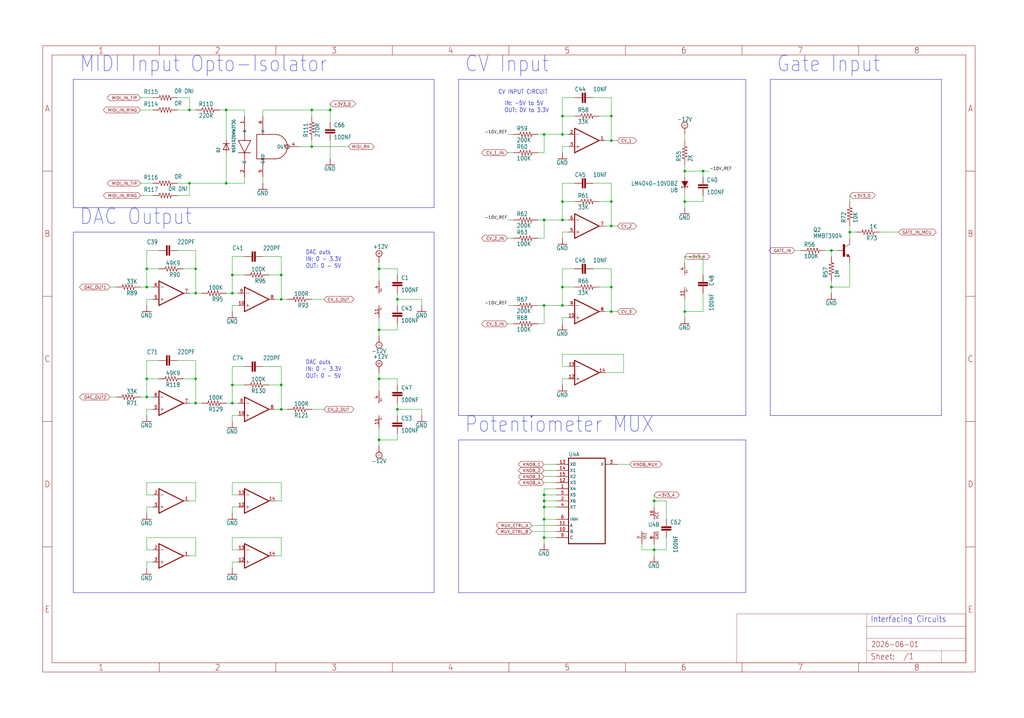
<source format=kicad_sch>
(kicad_sch (version 20230121) (generator eeschema)
  (paper "User" 425.45 298.602)
  (junction (at 96.52 121.92))
  (junction (at 96.52 160.02))
  (junction (at 157.48 182.88))
  (junction (at 116.84 114.3))
  (junction (at 226.06 205.74))
  (junction (at 60.96 111.76))
  (junction (at 93.98 45.72))
  (junction (at 60.96 165.1))
  (junction (at 254 119.38))
  (junction (at 157.48 137.16))
  (junction (at 254 83.82))
  (junction (at 157.48 111.76))
  (junction (at 165.1 124.46))
  (junction (at 137.16 45.72))
  (junction (at 284.48 129.54))
  (junction (at 165.1 170.18))
  (junction (at 226.06 208.28))
  (junction (at 81.28 121.92))
  (junction (at 81.28 157.48))
  (junction (at 78.74 45.72))
  (junction (at 96.52 114.3))
  (junction (at 226.06 223.52))
  (junction (at 157.48 157.48))
  (junction (at 271.78 208.28))
  (junction (at 233.68 119.38))
  (junction (at 116.84 124.46))
  (junction (at 129.54 60.96))
  (junction (at 284.48 71.12))
  (junction (at 254 48.26))
  (junction (at 284.48 83.82))
  (junction (at 233.68 55.88))
  (junction (at 226.06 127))
  (junction (at 254 93.98))
  (junction (at 116.84 170.18))
  (junction (at 254 58.42))
  (junction (at 116.84 160.02))
  (junction (at 226.06 91.44))
  (junction (at 292.1 71.12))
  (junction (at 81.28 111.76))
  (junction (at 226.06 215.9))
  (junction (at 254 129.54))
  (junction (at 129.54 45.72))
  (junction (at 93.98 76.2))
  (junction (at 233.68 91.44))
  (junction (at 233.68 83.82))
  (junction (at 60.96 119.38))
  (junction (at 78.74 76.2))
  (junction (at 233.68 127))
  (junction (at 96.52 167.64))
  (junction (at 353.06 96.52))
  (junction (at 345.44 104.14))
  (junction (at 345.44 119.38))
  (junction (at 60.96 157.48))
  (junction (at 226.06 210.82))
  (junction (at 81.28 167.64))
  (junction (at 233.68 48.26))
  (junction (at 226.06 55.88))
  (junction (at 271.78 228.6))
  (wire (pts (xy 60.96 104.14) (xy 60.96 111.76)) (stroke (width 0.1524)))
  (wire (pts (xy 271.78 228.6) (xy 271.78 231.14)) (stroke (width 0.1524)))
  (wire (pts (xy 271.78 228.6) (xy 276.86 228.6)) (stroke (width 0.1524)))
  (wire (pts (xy 353.06 96.52) (xy 353.06 93.98)) (stroke (width 0.1524)))
  (wire (pts (xy 60.96 149.86) (xy 60.96 157.48)) (stroke (width 0.1524)))
  (wire (pts (xy 157.48 111.76) (xy 157.48 109.22)) (stroke (width 0.1524)))
  (wire (pts (xy 254 129.54) (xy 251.46 129.54)) (stroke (width 0.1524)))
  (wire (pts (xy 116.84 114.3) (xy 116.84 124.46)) (stroke (width 0.1524)))
  (wire (pts (xy 78.74 45.72) (xy 73.66 45.72)) (stroke (width 0.1524)))
  (wire (pts (xy 116.84 124.46) (xy 114.3 124.46)) (stroke (width 0.1524)))
  (wire (pts (xy 93.98 167.64) (xy 96.52 167.64)) (stroke (width 0.1524)))
  (wire (pts (xy 284.48 124.46) (xy 284.48 129.54)) (stroke (width 0.1524)))
  (wire (pts (xy 157.48 137.16) (xy 165.1 137.16)) (stroke (width 0.1524)))
  (wire (pts (xy 101.6 76.2) (xy 93.98 76.2)) (stroke (width 0.1524)))
  (wire (pts (xy 93.98 76.2) (xy 93.98 63.5)) (stroke (width 0.1524)))
  (wire (pts (xy 48.26 165.1) (xy 45.72 165.1)) (stroke (width 0.1524)))
  (wire (pts (xy 231.14 218.44) (xy 220.98 218.44)) (stroke (width 0.1524)))
  (wire (pts (xy 254 93.98) (xy 251.46 93.98)) (stroke (width 0.1524)))
  (wire (pts (xy 231.14 215.9) (xy 226.06 215.9)) (stroke (width 0.1524)))
  (wire (pts (xy 81.28 121.92) (xy 78.74 121.92)) (stroke (width 0.1524)))
  (wire (pts (xy 231.14 200.66) (xy 226.06 200.66)) (stroke (width 0.1524)))
  (wire (pts (xy 129.54 45.72) (xy 137.16 45.72)) (stroke (width 0.1524)))
  (polyline (pts (xy 320.04 172.72) (xy 391.16 172.72)) (stroke (width 0.1524) (type solid)))
  (wire (pts (xy 165.1 124.46) (xy 165.1 121.92)) (stroke (width 0.1524)))
  (wire (pts (xy 73.66 81.28) (xy 78.74 81.28)) (stroke (width 0.1524)))
  (wire (pts (xy 284.48 73.66) (xy 284.48 71.12)) (stroke (width 0.1524)))
  (wire (pts (xy 223.52 127) (xy 226.06 127)) (stroke (width 0.1524)))
  (wire (pts (xy 96.52 200.66) (xy 96.52 205.74)) (stroke (width 0.1524)))
  (wire (pts (xy 233.68 83.82) (xy 233.68 76.2)) (stroke (width 0.1524)))
  (wire (pts (xy 259.08 147.32) (xy 259.08 154.94)) (stroke (width 0.1524)))
  (wire (pts (xy 236.22 157.48) (xy 233.68 157.48)) (stroke (width 0.1524)))
  (wire (pts (xy 284.48 106.68) (xy 292.1 106.68)) (stroke (width 0.1524)))
  (polyline (pts (xy 309.88 182.88) (xy 309.88 246.38)) (stroke (width 0.1524) (type solid)))
  (wire (pts (xy 96.52 127) (xy 96.52 129.54)) (stroke (width 0.1524)))
  (wire (pts (xy 271.78 226.06) (xy 271.78 228.6)) (stroke (width 0.1524)))
  (wire (pts (xy 73.66 149.86) (xy 81.28 149.86)) (stroke (width 0.1524)))
  (wire (pts (xy 129.54 124.46) (xy 134.62 124.46)) (stroke (width 0.1524)))
  (wire (pts (xy 109.22 48.26) (xy 109.22 45.72)) (stroke (width 0.1524)))
  (polyline (pts (xy 190.5 172.72) (xy 190.5 33.02)) (stroke (width 0.1524) (type solid)))
  (wire (pts (xy 284.48 83.82) (xy 284.48 78.74)) (stroke (width 0.1524)))
  (wire (pts (xy 111.76 114.3) (xy 116.84 114.3)) (stroke (width 0.1524)))
  (wire (pts (xy 81.28 111.76) (xy 81.28 121.92)) (stroke (width 0.1524)))
  (wire (pts (xy 93.98 58.42) (xy 93.98 45.72)) (stroke (width 0.1524)))
  (wire (pts (xy 332.74 104.14) (xy 330.2 104.14)) (stroke (width 0.1524)))
  (wire (pts (xy 60.96 170.18) (xy 60.96 172.72)) (stroke (width 0.1524)))
  (wire (pts (xy 233.68 40.64) (xy 238.76 40.64)) (stroke (width 0.1524)))
  (wire (pts (xy 60.96 119.38) (xy 60.96 111.76)) (stroke (width 0.1524)))
  (wire (pts (xy 233.68 111.76) (xy 238.76 111.76)) (stroke (width 0.1524)))
  (wire (pts (xy 292.1 71.12) (xy 292.1 73.66)) (stroke (width 0.1524)))
  (wire (pts (xy 175.26 170.18) (xy 175.26 172.72)) (stroke (width 0.1524)))
  (wire (pts (xy 101.6 152.4) (xy 96.52 152.4)) (stroke (width 0.1524)))
  (wire (pts (xy 236.22 152.4) (xy 233.68 152.4)) (stroke (width 0.1524)))
  (wire (pts (xy 93.98 45.72) (xy 91.44 45.72)) (stroke (width 0.1524)))
  (wire (pts (xy 116.84 208.28) (xy 116.84 200.66)) (stroke (width 0.1524)))
  (wire (pts (xy 165.1 182.88) (xy 165.1 180.34)) (stroke (width 0.1524)))
  (wire (pts (xy 165.1 170.18) (xy 175.26 170.18)) (stroke (width 0.1524)))
  (wire (pts (xy 78.74 81.28) (xy 78.74 76.2)) (stroke (width 0.1524)))
  (wire (pts (xy 353.06 119.38) (xy 345.44 119.38)) (stroke (width 0.1524)))
  (wire (pts (xy 60.96 111.76) (xy 66.04 111.76)) (stroke (width 0.1524)))
  (wire (pts (xy 81.28 223.52) (xy 81.28 231.14)) (stroke (width 0.1524)))
  (wire (pts (xy 233.68 147.32) (xy 259.08 147.32)) (stroke (width 0.1524)))
  (wire (pts (xy 231.14 220.98) (xy 220.98 220.98)) (stroke (width 0.1524)))
  (wire (pts (xy 109.22 73.66) (xy 109.22 76.2)) (stroke (width 0.1524)))
  (wire (pts (xy 233.68 127) (xy 236.22 127)) (stroke (width 0.1524)))
  (wire (pts (xy 248.92 119.38) (xy 254 119.38)) (stroke (width 0.1524)))
  (polyline (pts (xy 391.16 33.02) (xy 320.04 33.02)) (stroke (width 0.1524) (type solid)))
  (wire (pts (xy 223.52 91.44) (xy 226.06 91.44)) (stroke (width 0.1524)))
  (wire (pts (xy 226.06 203.2) (xy 226.06 205.74)) (stroke (width 0.1524)))
  (wire (pts (xy 353.06 99.06) (xy 353.06 96.52)) (stroke (width 0.1524)))
  (wire (pts (xy 233.68 152.4) (xy 233.68 147.32)) (stroke (width 0.1524)))
  (wire (pts (xy 231.14 205.74) (xy 226.06 205.74)) (stroke (width 0.1524)))
  (wire (pts (xy 233.68 48.26) (xy 233.68 40.64)) (stroke (width 0.1524)))
  (wire (pts (xy 157.48 185.42) (xy 157.48 182.88)) (stroke (width 0.1524)))
  (wire (pts (xy 60.96 119.38) (xy 63.5 119.38)) (stroke (width 0.1524)))
  (wire (pts (xy 96.52 114.3) (xy 101.6 114.3)) (stroke (width 0.1524)))
  (wire (pts (xy 96.52 167.64) (xy 96.52 160.02)) (stroke (width 0.1524)))
  (wire (pts (xy 58.42 165.1) (xy 60.96 165.1)) (stroke (width 0.1524)))
  (wire (pts (xy 276.86 208.28) (xy 276.86 215.9)) (stroke (width 0.1524)))
  (wire (pts (xy 96.52 228.6) (xy 96.52 223.52)) (stroke (width 0.1524)))
  (wire (pts (xy 231.14 223.52) (xy 226.06 223.52)) (stroke (width 0.1524)))
  (wire (pts (xy 66.04 104.14) (xy 60.96 104.14)) (stroke (width 0.1524)))
  (wire (pts (xy 73.66 40.64) (xy 78.74 40.64)) (stroke (width 0.1524)))
  (wire (pts (xy 254 129.54) (xy 256.54 129.54)) (stroke (width 0.1524)))
  (wire (pts (xy 137.16 58.42) (xy 137.16 66.04)) (stroke (width 0.1524)))
  (wire (pts (xy 254 119.38) (xy 254 129.54)) (stroke (width 0.1524)))
  (wire (pts (xy 48.26 119.38) (xy 45.72 119.38)) (stroke (width 0.1524)))
  (wire (pts (xy 116.84 124.46) (xy 119.38 124.46)) (stroke (width 0.1524)))
  (wire (pts (xy 96.52 228.6) (xy 99.06 228.6)) (stroke (width 0.1524)))
  (wire (pts (xy 60.96 233.68) (xy 60.96 236.22)) (stroke (width 0.1524)))
  (wire (pts (xy 284.48 71.12) (xy 292.1 71.12)) (stroke (width 0.1524)))
  (wire (pts (xy 157.48 111.76) (xy 165.1 111.76)) (stroke (width 0.1524)))
  (wire (pts (xy 60.96 165.1) (xy 60.96 157.48)) (stroke (width 0.1524)))
  (wire (pts (xy 342.9 104.14) (xy 345.44 104.14)) (stroke (width 0.1524)))
  (wire (pts (xy 226.06 208.28) (xy 226.06 210.82)) (stroke (width 0.1524)))
  (wire (pts (xy 60.96 165.1) (xy 63.5 165.1)) (stroke (width 0.1524)))
  (wire (pts (xy 60.96 228.6) (xy 60.96 223.52)) (stroke (width 0.1524)))
  (wire (pts (xy 63.5 233.68) (xy 60.96 233.68)) (stroke (width 0.1524)))
  (wire (pts (xy 233.68 96.52) (xy 236.22 96.52)) (stroke (width 0.1524)))
  (wire (pts (xy 233.68 157.48) (xy 233.68 160.02)) (stroke (width 0.1524)))
  (wire (pts (xy 271.78 208.28) (xy 276.86 208.28)) (stroke (width 0.1524)))
  (wire (pts (xy 345.44 106.68) (xy 345.44 104.14)) (stroke (width 0.1524)))
  (wire (pts (xy 233.68 55.88) (xy 233.68 48.26)) (stroke (width 0.1524)))
  (wire (pts (xy 81.28 121.92) (xy 83.82 121.92)) (stroke (width 0.1524)))
  (wire (pts (xy 96.52 223.52) (xy 116.84 223.52)) (stroke (width 0.1524)))
  (wire (pts (xy 101.6 106.68) (xy 96.52 106.68)) (stroke (width 0.1524)))
  (wire (pts (xy 226.06 91.44) (xy 226.06 99.06)) (stroke (width 0.1524)))
  (wire (pts (xy 116.84 152.4) (xy 116.84 160.02)) (stroke (width 0.1524)))
  (wire (pts (xy 292.1 129.54) (xy 292.1 121.92)) (stroke (width 0.1524)))
  (wire (pts (xy 81.28 231.14) (xy 78.74 231.14)) (stroke (width 0.1524)))
  (wire (pts (xy 96.52 160.02) (xy 101.6 160.02)) (stroke (width 0.1524)))
  (polyline (pts (xy 180.34 86.36) (xy 30.48 86.36)) (stroke (width 0.1524) (type solid)))
  (wire (pts (xy 254 111.76) (xy 254 119.38)) (stroke (width 0.1524)))
  (wire (pts (xy 223.52 134.62) (xy 226.06 134.62)) (stroke (width 0.1524)))
  (wire (pts (xy 226.06 127) (xy 226.06 134.62)) (stroke (width 0.1524)))
  (wire (pts (xy 231.14 198.12) (xy 226.06 198.12)) (stroke (width 0.1524)))
  (wire (pts (xy 101.6 48.26) (xy 101.6 45.72)) (stroke (width 0.1524)))
  (wire (pts (xy 129.54 170.18) (xy 134.62 170.18)) (stroke (width 0.1524)))
  (wire (pts (xy 292.1 106.68) (xy 292.1 114.3)) (stroke (width 0.1524)))
  (wire (pts (xy 213.36 55.88) (xy 210.82 55.88)) (stroke (width 0.1524)))
  (wire (pts (xy 223.52 63.5) (xy 226.06 63.5)) (stroke (width 0.1524)))
  (wire (pts (xy 96.52 106.68) (xy 96.52 114.3)) (stroke (width 0.1524)))
  (wire (pts (xy 254 58.42) (xy 251.46 58.42)) (stroke (width 0.1524)))
  (polyline (pts (xy 190.5 33.02) (xy 309.88 33.02)) (stroke (width 0.1524) (type solid)))
  (wire (pts (xy 233.68 127) (xy 233.68 119.38)) (stroke (width 0.1524)))
  (wire (pts (xy 116.84 170.18) (xy 119.38 170.18)) (stroke (width 0.1524)))
  (wire (pts (xy 271.78 210.82) (xy 271.78 208.28)) (stroke (width 0.1524)))
  (wire (pts (xy 248.92 48.26) (xy 254 48.26)) (stroke (width 0.1524)))
  (wire (pts (xy 116.84 106.68) (xy 116.84 114.3)) (stroke (width 0.1524)))
  (wire (pts (xy 233.68 55.88) (xy 236.22 55.88)) (stroke (width 0.1524)))
  (wire (pts (xy 76.2 111.76) (xy 81.28 111.76)) (stroke (width 0.1524)))
  (wire (pts (xy 213.36 99.06) (xy 210.82 99.06)) (stroke (width 0.1524)))
  (wire (pts (xy 63.5 81.28) (xy 58.42 81.28)) (stroke (width 0.1524)))
  (wire (pts (xy 81.28 104.14) (xy 81.28 111.76)) (stroke (width 0.1524)))
  (wire (pts (xy 96.52 172.72) (xy 96.52 175.26)) (stroke (width 0.1524)))
  (wire (pts (xy 101.6 45.72) (xy 93.98 45.72)) (stroke (width 0.1524)))
  (wire (pts (xy 96.52 210.82) (xy 96.52 213.36)) (stroke (width 0.1524)))
  (wire (pts (xy 137.16 45.72) (xy 137.16 50.8)) (stroke (width 0.1524)))
  (wire (pts (xy 81.28 167.64) (xy 83.82 167.64)) (stroke (width 0.1524)))
  (wire (pts (xy 254 48.26) (xy 254 58.42)) (stroke (width 0.1524)))
  (wire (pts (xy 284.48 129.54) (xy 292.1 129.54)) (stroke (width 0.1524)))
  (polyline (pts (xy 30.48 246.38) (xy 180.34 246.38)) (stroke (width 0.1524) (type solid)))
  (wire (pts (xy 96.52 121.92) (xy 96.52 114.3)) (stroke (width 0.1524)))
  (wire (pts (xy 157.48 182.88) (xy 157.48 177.8)) (stroke (width 0.1524)))
  (wire (pts (xy 60.96 223.52) (xy 81.28 223.52)) (stroke (width 0.1524)))
  (wire (pts (xy 233.68 60.96) (xy 236.22 60.96)) (stroke (width 0.1524)))
  (polyline (pts (xy 320.04 33.02) (xy 320.04 172.72)) (stroke (width 0.1524) (type solid)))
  (wire (pts (xy 81.28 200.66) (xy 60.96 200.66)) (stroke (width 0.1524)))
  (wire (pts (xy 96.52 167.64) (xy 99.06 167.64)) (stroke (width 0.1524)))
  (wire (pts (xy 345.44 116.84) (xy 345.44 119.38)) (stroke (width 0.1524)))
  (wire (pts (xy 226.06 91.44) (xy 233.68 91.44)) (stroke (width 0.1524)))
  (polyline (pts (xy 30.48 33.02) (xy 180.34 33.02)) (stroke (width 0.1524) (type solid)))
  (wire (pts (xy 63.5 124.46) (xy 60.96 124.46)) (stroke (width 0.1524)))
  (wire (pts (xy 231.14 195.58) (xy 226.06 195.58)) (stroke (width 0.1524)))
  (wire (pts (xy 63.5 45.72) (xy 58.42 45.72)) (stroke (width 0.1524)))
  (wire (pts (xy 292.1 83.82) (xy 292.1 81.28)) (stroke (width 0.1524)))
  (wire (pts (xy 233.68 63.5) (xy 233.68 60.96)) (stroke (width 0.1524)))
  (wire (pts (xy 101.6 73.66) (xy 101.6 76.2)) (stroke (width 0.1524)))
  (wire (pts (xy 231.14 193.04) (xy 226.06 193.04)) (stroke (width 0.1524)))
  (wire (pts (xy 109.22 106.68) (xy 116.84 106.68)) (stroke (width 0.1524)))
  (wire (pts (xy 233.68 83.82) (xy 238.76 83.82)) (stroke (width 0.1524)))
  (wire (pts (xy 60.96 200.66) (xy 60.96 205.74)) (stroke (width 0.1524)))
  (wire (pts (xy 246.38 111.76) (xy 254 111.76)) (stroke (width 0.1524)))
  (wire (pts (xy 93.98 121.92) (xy 96.52 121.92)) (stroke (width 0.1524)))
  (wire (pts (xy 259.08 154.94) (xy 251.46 154.94)) (stroke (width 0.1524)))
  (wire (pts (xy 284.48 71.12) (xy 284.48 68.58)) (stroke (width 0.1524)))
  (wire (pts (xy 254 58.42) (xy 256.54 58.42)) (stroke (width 0.1524)))
  (wire (pts (xy 233.68 91.44) (xy 236.22 91.44)) (stroke (width 0.1524)))
  (wire (pts (xy 116.84 170.18) (xy 114.3 170.18)) (stroke (width 0.1524)))
  (wire (pts (xy 99.06 233.68) (xy 96.52 233.68)) (stroke (width 0.1524)))
  (wire (pts (xy 165.1 137.16) (xy 165.1 134.62)) (stroke (width 0.1524)))
  (wire (pts (xy 157.48 182.88) (xy 165.1 182.88)) (stroke (width 0.1524)))
  (wire (pts (xy 284.48 86.36) (xy 284.48 83.82)) (stroke (width 0.1524)))
  (wire (pts (xy 81.28 167.64) (xy 78.74 167.64)) (stroke (width 0.1524)))
  (wire (pts (xy 233.68 76.2) (xy 238.76 76.2)) (stroke (width 0.1524)))
  (wire (pts (xy 58.42 119.38) (xy 60.96 119.38)) (stroke (width 0.1524)))
  (wire (pts (xy 353.06 109.22) (xy 353.06 119.38)) (stroke (width 0.1524)))
  (wire (pts (xy 116.84 223.52) (xy 116.84 231.14)) (stroke (width 0.1524)))
  (wire (pts (xy 213.36 134.62) (xy 210.82 134.62)) (stroke (width 0.1524)))
  (wire (pts (xy 63.5 40.64) (xy 58.42 40.64)) (stroke (width 0.1524)))
  (wire (pts (xy 157.48 162.56) (xy 157.48 157.48)) (stroke (width 0.1524)))
  (polyline (pts (xy 180.34 96.52) (xy 30.48 96.52)) (stroke (width 0.1524) (type solid)))
  (wire (pts (xy 99.06 210.82) (xy 96.52 210.82)) (stroke (width 0.1524)))
  (wire (pts (xy 271.78 208.28) (xy 271.78 205.74)) (stroke (width 0.1524)))
  (wire (pts (xy 226.06 127) (xy 233.68 127)) (stroke (width 0.1524)))
  (wire (pts (xy 345.44 119.38) (xy 345.44 121.92)) (stroke (width 0.1524)))
  (wire (pts (xy 284.48 109.22) (xy 284.48 106.68)) (stroke (width 0.1524)))
  (wire (pts (xy 96.52 205.74) (xy 99.06 205.74)) (stroke (width 0.1524)))
  (wire (pts (xy 226.06 55.88) (xy 233.68 55.88)) (stroke (width 0.1524)))
  (wire (pts (xy 292.1 71.12) (xy 294.64 71.12)) (stroke (width 0.1524)))
  (polyline (pts (xy 309.88 33.02) (xy 309.88 172.72)) (stroke (width 0.1524) (type solid)))
  (wire (pts (xy 213.36 127) (xy 210.82 127)) (stroke (width 0.1524)))
  (wire (pts (xy 276.86 228.6) (xy 276.86 223.52)) (stroke (width 0.1524)))
  (wire (pts (xy 93.98 76.2) (xy 78.74 76.2)) (stroke (width 0.1524)))
  (wire (pts (xy 96.52 121.92) (xy 99.06 121.92)) (stroke (width 0.1524)))
  (wire (pts (xy 266.7 228.6) (xy 271.78 228.6)) (stroke (width 0.1524)))
  (wire (pts (xy 226.06 205.74) (xy 226.06 208.28)) (stroke (width 0.1524)))
  (wire (pts (xy 114.3 208.28) (xy 116.84 208.28)) (stroke (width 0.1524)))
  (wire (pts (xy 157.48 139.7) (xy 157.48 137.16)) (stroke (width 0.1524)))
  (wire (pts (xy 266.7 226.06) (xy 266.7 228.6)) (stroke (width 0.1524)))
  (polyline (pts (xy 391.16 172.72) (xy 391.16 33.02)) (stroke (width 0.1524) (type solid)))
  (wire (pts (xy 254 76.2) (xy 254 83.82)) (stroke (width 0.1524)))
  (polyline (pts (xy 180.34 33.02) (xy 180.34 86.36)) (stroke (width 0.1524) (type solid)))
  (wire (pts (xy 63.5 76.2) (xy 58.42 76.2)) (stroke (width 0.1524)))
  (wire (pts (xy 81.28 208.28) (xy 81.28 200.66)) (stroke (width 0.1524)))
  (polyline (pts (xy 190.5 182.88) (xy 309.88 182.88)) (stroke (width 0.1524) (type solid)))
  (polyline (pts (xy 30.48 96.52) (xy 30.48 246.38)) (stroke (width 0.1524) (type solid)))
  (polyline (pts (xy 30.48 86.36) (xy 30.48 33.02)) (stroke (width 0.1524) (type solid)))
  (wire (pts (xy 157.48 116.84) (xy 157.48 111.76)) (stroke (width 0.1524)))
  (wire (pts (xy 226.06 210.82) (xy 226.06 215.9)) (stroke (width 0.1524)))
  (wire (pts (xy 60.96 124.46) (xy 60.96 127)) (stroke (width 0.1524)))
  (wire (pts (xy 226.06 55.88) (xy 226.06 63.5)) (stroke (width 0.1524)))
  (wire (pts (xy 165.1 127) (xy 165.1 124.46)) (stroke (width 0.1524)))
  (wire (pts (xy 63.5 170.18) (xy 60.96 170.18)) (stroke (width 0.1524)))
  (wire (pts (xy 231.14 203.2) (xy 226.06 203.2)) (stroke (width 0.1524)))
  (wire (pts (xy 129.54 45.72) (xy 129.54 48.26)) (stroke (width 0.1524)))
  (wire (pts (xy 165.1 172.72) (xy 165.1 170.18)) (stroke (width 0.1524)))
  (wire (pts (xy 223.52 99.06) (xy 226.06 99.06)) (stroke (width 0.1524)))
  (wire (pts (xy 175.26 124.46) (xy 175.26 127)) (stroke (width 0.1524)))
  (wire (pts (xy 353.06 83.82) (xy 353.06 81.28)) (stroke (width 0.1524)))
  (wire (pts (xy 233.68 134.62) (xy 233.68 132.08)) (stroke (width 0.1524)))
  (wire (pts (xy 233.68 48.26) (xy 238.76 48.26)) (stroke (width 0.1524)))
  (wire (pts (xy 116.84 231.14) (xy 114.3 231.14)) (stroke (width 0.1524)))
  (wire (pts (xy 345.44 104.14) (xy 347.98 104.14)) (stroke (width 0.1524)))
  (polyline (pts (xy 190.5 246.38) (xy 190.5 182.88)) (stroke (width 0.1524) (type solid)))
  (wire (pts (xy 60.96 205.74) (xy 63.5 205.74)) (stroke (width 0.1524)))
  (wire (pts (xy 233.68 119.38) (xy 238.76 119.38)) (stroke (width 0.1524)))
  (polyline (pts (xy 309.88 172.72) (xy 190.5 172.72)) (stroke (width 0.1524) (type solid)))
  (wire (pts (xy 99.06 172.72) (xy 96.52 172.72)) (stroke (width 0.1524)))
  (wire (pts (xy 353.06 96.52) (xy 355.6 96.52)) (stroke (width 0.1524)))
  (wire (pts (xy 233.68 99.06) (xy 233.68 96.52)) (stroke (width 0.1524)))
  (wire (pts (xy 284.48 132.08) (xy 284.48 129.54)) (stroke (width 0.1524)))
  (wire (pts (xy 60.96 210.82) (xy 60.96 213.36)) (stroke (width 0.1524)))
  (wire (pts (xy 165.1 170.18) (xy 165.1 167.64)) (stroke (width 0.1524)))
  (wire (pts (xy 284.48 58.42) (xy 284.48 55.88)) (stroke (width 0.1524)))
  (wire (pts (xy 60.96 157.48) (xy 66.04 157.48)) (stroke (width 0.1524)))
  (wire (pts (xy 231.14 208.28) (xy 226.06 208.28)) (stroke (width 0.1524)))
  (wire (pts (xy 233.68 91.44) (xy 233.68 83.82)) (stroke (width 0.1524)))
  (wire (pts (xy 165.1 157.48) (xy 165.1 160.02)) (stroke (width 0.1524)))
  (wire (pts (xy 226.06 223.52) (xy 226.06 226.06)) (stroke (width 0.1524)))
  (wire (pts (xy 254 93.98) (xy 256.54 93.98)) (stroke (width 0.1524)))
  (wire (pts (xy 157.48 157.48) (xy 157.48 154.94)) (stroke (width 0.1524)))
  (wire (pts (xy 129.54 60.96) (xy 124.46 60.96)) (stroke (width 0.1524)))
  (wire (pts (xy 111.76 160.02) (xy 116.84 160.02)) (stroke (width 0.1524)))
  (wire (pts (xy 78.74 76.2) (xy 73.66 76.2)) (stroke (width 0.1524)))
  (wire (pts (xy 233.68 132.08) (xy 236.22 132.08)) (stroke (width 0.1524)))
  (wire (pts (xy 116.84 200.66) (xy 96.52 200.66)) (stroke (width 0.1524)))
  (wire (pts (xy 256.54 193.04) (xy 261.62 193.04)) (stroke (width 0.1524)))
  (wire (pts (xy 63.5 210.82) (xy 60.96 210.82)) (stroke (width 0.1524)))
  (wire (pts (xy 246.38 76.2) (xy 254 76.2)) (stroke (width 0.1524)))
  (wire (pts (xy 231.14 210.82) (xy 226.06 210.82)) (stroke (width 0.1524)))
  (wire (pts (xy 213.36 91.44) (xy 210.82 91.44)) (stroke (width 0.1524)))
  (wire (pts (xy 81.28 157.48) (xy 81.28 167.64)) (stroke (width 0.1524)))
  (wire (pts (xy 233.68 119.38) (xy 233.68 111.76)) (stroke (width 0.1524)))
  (wire (pts (xy 81.28 149.86) (xy 81.28 157.48)) (stroke (width 0.1524)))
  (wire (pts (xy 254 40.64) (xy 254 48.26)) (stroke (width 0.1524)))
  (wire (pts (xy 254 83.82) (xy 254 93.98)) (stroke (width 0.1524)))
  (wire (pts (xy 109.22 45.72) (xy 129.54 45.72)) (stroke (width 0.1524)))
  (wire (pts (xy 137.16 45.72) (xy 137.16 43.18)) (stroke (width 0.1524)))
  (wire (pts (xy 81.28 45.72) (xy 78.74 45.72)) (stroke (width 0.1524)))
  (wire (pts (xy 365.76 96.52) (xy 373.38 96.52)) (stroke (width 0.1524)))
  (wire (pts (xy 99.06 127) (xy 96.52 127)) (stroke (width 0.1524)))
  (wire (pts (xy 165.1 111.76) (xy 165.1 114.3)) (stroke (width 0.1524)))
  (wire (pts (xy 96.52 233.68) (xy 96.52 236.22)) (stroke (width 0.1524)))
  (wire (pts (xy 165.1 124.46) (xy 175.26 124.46)) (stroke (width 0.1524)))
  (wire (pts (xy 246.38 40.64) (xy 254 40.64)) (stroke (width 0.1524)))
  (wire (pts (xy 63.5 228.6) (xy 60.96 228.6)) (stroke (width 0.1524)))
  (wire (pts (xy 76.2 157.48) (xy 81.28 157.48)) (stroke (width 0.1524)))
  (wire (pts (xy 157.48 157.48) (xy 165.1 157.48)) (stroke (width 0.1524)))
  (wire (pts (xy 129.54 60.96) (xy 129.54 58.42)) (stroke (width 0.1524)))
  (wire (pts (xy 78.74 208.28) (xy 81.28 208.28)) (stroke (width 0.1524)))
  (wire (pts (xy 157.48 137.16) (xy 157.48 132.08)) (stroke (width 0.1524)))
  (wire (pts (xy 223.52 55.88) (xy 226.06 55.88)) (stroke (width 0.1524)))
  (wire (pts (xy 66.04 149.86) (xy 60.96 149.86)) (stroke (width 0.1524)))
  (polyline (pts (xy 309.88 246.38) (xy 190.5 246.38)) (stroke (width 0.1524) (type solid)))
  (wire (pts (xy 248.92 83.82) (xy 254 83.82)) (stroke (width 0.1524)))
  (polyline (pts (xy 180.34 246.38) (xy 180.34 96.52)) (stroke (width 0.1524) (type solid)))
  (wire (pts (xy 96.52 152.4) (xy 96.52 160.02)) (stroke (width 0.1524)))
  (wire (pts (xy 78.74 40.64) (xy 78.74 45.72)) (stroke (width 0.1524)))
  (wire (pts (xy 226.06 215.9) (xy 226.06 223.52)) (stroke (width 0.1524)))
  (wire (pts (xy 109.22 152.4) (xy 116.84 152.4)) (stroke (width 0.1524)))
  (wire (pts (xy 116.84 160.02) (xy 116.84 170.18)) (stroke (width 0.1524)))
  (wire (pts (xy 213.36 63.5) (xy 210.82 63.5)) (stroke (width 0.1524)))
  (wire (pts (xy 129.54 60.96) (xy 144.78 60.96)) (stroke (width 0.1524)))
  (wire (pts (xy 284.48 83.82) (xy 292.1 83.82)) (stroke (width 0.1524)))
  (wire (pts (xy 73.66 104.14) (xy 81.28 104.14)) (stroke (width 0.1524)))
  (text "Interfacing Circuits" (at 361.696 259.08 0) (effects (font (size 2.54 2.159)) (justify left bottom)))
  (text "DAC outs\nIN: 0 - 3.3V\nOUT: 0 - 5V" (at 127 111.76 0) (effects (font (size 1.778 1.5113)) (justify left bottom)))
  (text "DAC Output" (at 33.02 93.98 0) (effects (font (size 6.4516 5.4838)) (justify left bottom)))
  (text "CV INPUT CIRCUIT" (at 207.01 39.37 0) (effects (font (size 1.778 1.5113)) (justify left bottom)))
  (text "CV Input" (at 193.04 30.48 0) (effects (font (size 6.4516 5.4838)) (justify left bottom)))
  (text "IN: -5V to 5V\nOUT: 0V to 3.3V" (at 209.55 46.99 0) (effects (font (size 1.778 1.5113)) (justify left bottom)))
  (text "MIDI Input Opto-Isolator" (at 33.02 30.48 0) (effects (font (size 6.4516 5.4838)) (justify left bottom)))
  (text "Gate Input" (at 322.58 30.48 0) (effects (font (size 6.4516 5.4838)) (justify left bottom)))
  (text "Potentiometer MUX" (at 193.04 180.34 0) (effects (font (size 6.4516 5.4838)) (justify left bottom)))
  (text "DAC outs\nIN: 0 - 3.3V\nOUT: 0 - 5V" (at 127 157.48 0) (effects (font (size 1.778 1.5113)) (justify left bottom)))
  (label "-10V_REF" (at 210.82 127 180) (effects (font (size 1.2446 1.2446))))
  (label "-10V_REF" (at 294.64 71.12 0) (effects (font (size 1.2446 1.2446))))
  (label "-10V_REF" (at 210.82 91.44 180) (effects (font (size 1.2446 1.2446))))
  (label "-10V_REF" (at 210.82 55.88 180) (effects (font (size 1.2446 1.2446))))
  (global_label "CV_3_IN" (shape bidirectional) (at 210.82 134.62 180) (effects (font (size 1.2446 1.2446))) (property "Intersheetrefs" "${INTERSHEET_REFS}" (effects hide)))
  (global_label "KNOB_3" (shape bidirectional) (at 226.06 198.12 180) (effects (font (size 1.2446 1.2446))) (property "Intersheetrefs" "${INTERSHEET_REFS}" (effects hide)))
  (global_label "MUX_CTRL_A" (shape bidirectional) (at 220.98 218.44 180) (effects (font (size 1.2446 1.2446))) (property "Intersheetrefs" "${INTERSHEET_REFS}" (effects hide)))
  (global_label "CV_2_IN" (shape bidirectional) (at 210.82 99.06 180) (effects (font (size 1.2446 1.2446))) (property "Intersheetrefs" "${INTERSHEET_REFS}" (effects hide)))
  (global_label "KNOB_1" (shape bidirectional) (at 226.06 193.04 180) (effects (font (size 1.2446 1.2446))) (property "Intersheetrefs" "${INTERSHEET_REFS}" (effects hide)))
  (global_label "CV_1" (shape bidirectional) (at 256.54 58.42 0) (effects (font (size 1.2446 1.2446))) (property "Intersheetrefs" "${INTERSHEET_REFS}" (effects hide)))
  (global_label "KNOB_4" (shape bidirectional) (at 226.06 200.66 180) (effects (font (size 1.2446 1.2446))) (property "Intersheetrefs" "${INTERSHEET_REFS}" (effects hide)))
  (global_label "MIDI_IN_RING" (shape bidirectional) (at 58.42 81.28 180) (effects (font (size 1.2446 1.2446))) (property "Intersheetrefs" "${INTERSHEET_REFS}" (effects hide)))
  (global_label "CV_1_OUT" (shape bidirectional) (at 134.62 124.46 0) (effects (font (size 1.2446 1.2446))) (property "Intersheetrefs" "${INTERSHEET_REFS}" (effects hide)))
  (global_label "MIDI_IN_TIP" (shape bidirectional) (at 58.42 40.64 180) (effects (font (size 1.2446 1.2446))) (property "Intersheetrefs" "${INTERSHEET_REFS}" (effects hide)))
  (global_label "MIDI_IN_RING" (shape bidirectional) (at 58.42 45.72 180) (effects (font (size 1.2446 1.2446))) (property "Intersheetrefs" "${INTERSHEET_REFS}" (effects hide)))
  (global_label "CV_2" (shape bidirectional) (at 256.54 93.98 0) (effects (font (size 1.2446 1.2446))) (property "Intersheetrefs" "${INTERSHEET_REFS}" (effects hide)))
  (global_label "MIDI_IN_TIP" (shape bidirectional) (at 58.42 76.2 180) (effects (font (size 1.2446 1.2446))) (property "Intersheetrefs" "${INTERSHEET_REFS}" (effects hide)))
  (global_label "CV_1_IN" (shape bidirectional) (at 210.82 63.5 180) (effects (font (size 1.2446 1.2446))) (property "Intersheetrefs" "${INTERSHEET_REFS}" (effects hide)))
  (global_label "KNOB_MUX" (shape bidirectional) (at 261.62 193.04 0) (effects (font (size 1.2446 1.2446))) (property "Intersheetrefs" "${INTERSHEET_REFS}" (effects hide)))
  (global_label "MIDI_RX" (shape bidirectional) (at 144.78 60.96 0) (effects (font (size 1.2446 1.2446))) (property "Intersheetrefs" "${INTERSHEET_REFS}" (effects hide)))
  (global_label "MUX_CTRL_B" (shape bidirectional) (at 220.98 220.98 180) (effects (font (size 1.2446 1.2446))) (property "Intersheetrefs" "${INTERSHEET_REFS}" (effects hide)))
  (global_label "+3V3_A" (shape bidirectional) (at 284.48 106.68 0) (effects (font (size 1.2446 1.2446))) (property "Intersheetrefs" "${INTERSHEET_REFS}" (effects hide)))
  (global_label "+3V3_D" (shape bidirectional) (at 353.06 81.28 0) (effects (font (size 1.2446 1.2446))) (property "Intersheetrefs" "${INTERSHEET_REFS}" (effects hide)))
  (global_label "KNOB_2" (shape bidirectional) (at 226.06 195.58 180) (effects (font (size 1.2446 1.2446))) (property "Intersheetrefs" "${INTERSHEET_REFS}" (effects hide)))
  (global_label "CV_3" (shape bidirectional) (at 256.54 129.54 0) (effects (font (size 1.2446 1.2446))) (property "Intersheetrefs" "${INTERSHEET_REFS}" (effects hide)))
  (global_label "+3V3_D" (shape bidirectional) (at 137.16 43.18 0) (effects (font (size 1.2446 1.2446))) (property "Intersheetrefs" "${INTERSHEET_REFS}" (effects hide)))
  (global_label "DAC_OUT2" (shape bidirectional) (at 45.72 165.1 180) (effects (font (size 1.2446 1.2446))) (property "Intersheetrefs" "${INTERSHEET_REFS}" (effects hide)))
  (global_label "GATE_IN" (shape bidirectional) (at 330.2 104.14 180) (effects (font (size 1.2446 1.2446))) (property "Intersheetrefs" "${INTERSHEET_REFS}" (effects hide)))
  (global_label "+3V3_A" (shape bidirectional) (at 271.78 205.74 0) (effects (font (size 1.2446 1.2446))) (property "Intersheetrefs" "${INTERSHEET_REFS}" (effects hide)))
  (global_label "GATE_IN_MCU" (shape bidirectional) (at 373.38 96.52 0) (effects (font (size 1.2446 1.2446))) (property "Intersheetrefs" "${INTERSHEET_REFS}" (effects hide)))
  (global_label "DAC_OUT1" (shape bidirectional) (at 45.72 119.38 180) (effects (font (size 1.2446 1.2446))) (property "Intersheetrefs" "${INTERSHEET_REFS}" (effects hide)))
  (global_label "CV_2_OUT" (shape bidirectional) (at 134.62 170.18 0) (effects (font (size 1.2446 1.2446))) (property "Intersheetrefs" "${INTERSHEET_REFS}" (effects hide)))
  (symbol (lib_id "ES_Daisy_Seed2_DFM_EVAL_EURO_Rev2-eagle-import:GND") (at 345.44 124.46 0) (unit 1)
    (property "Reference" "#GND26" (effects hide))
    (property "Value" "GND" (at 342.9 127 0) (effects (font (size 1.778 1.5113)) (justify left bottom)))
  )
  (symbol (lib_id "ES_Daisy_Seed2_DFM_EVAL_EURO_Rev2-eagle-import:R-US_R0603") (at 243.84 119.38 0) (unit 1)
    (property "Reference" "R66" (at 240.03 117.8814 0) (effects (font (size 1.778 1.5113)) (justify left bottom)))
    (property "Value" "33K" (at 240.03 122.682 0) (effects (font (size 1.778 1.5113)) (justify left bottom)))
    (property "Footprint" "ES_Daisy_Seed2_DFM_EVAL_EURO_Rev2:R0603" (effects hide))
  )
  (symbol (lib_id "ES_Daisy_Seed2_DFM_EVAL_EURO_Rev2-eagle-import:TL074_TSSOP-14") (at 106.68 124.46 0) (mirror x) (unit 3)
    (property "Reference" "U11" (effects hide))
    (property "Value" "TL074" (effects hide))
    (property "Footprint" "ES_Daisy_Seed2_DFM_EVAL_EURO_Rev2:TSSOP-14" (effects hide))
  )
  (symbol (lib_id "ES_Daisy_Seed2_DFM_EVAL_EURO_Rev2-eagle-import:+12V") (at 157.48 152.4 0) (unit 1)
    (property "Reference" "#SUPPLY21" (effects hide))
    (property "Value" "+12V" (at 154.94 149.225 0) (effects (font (size 1.778 1.5113)) (justify left bottom)))
  )
  (symbol (lib_id "ES_Daisy_Seed2_DFM_EVAL_EURO_Rev2-eagle-import:GND") (at 96.52 215.9 0) (unit 1)
    (property "Reference" "#GND29" (effects hide))
    (property "Value" "GND" (at 93.98 218.44 0) (effects (font (size 1.778 1.5113)) (justify left bottom)))
  )
  (symbol (lib_id "ES_Daisy_Seed2_DFM_EVAL_EURO_Rev2-eagle-import:TL074_TSSOP-14") (at 71.12 167.64 0) (mirror x) (unit 2)
    (property "Reference" "U16" (effects hide))
    (property "Value" "TL074" (effects hide))
    (property "Footprint" "ES_Daisy_Seed2_DFM_EVAL_EURO_Rev2:TSSOP-14" (effects hide))
  )
  (symbol (lib_id "ES_Daisy_Seed2_DFM_EVAL_EURO_Rev2-eagle-import:R-US_R0603") (at 68.58 45.72 0) (unit 1)
    (property "Reference" "R114" (at 59.69 44.2214 0) (effects (font (size 1.778 1.5113)) (justify left bottom)))
    (property "Value" "0R" (at 72.39 43.942 0) (effects (font (size 1.778 1.5113)) (justify left bottom)))
    (property "Footprint" "ES_Daisy_Seed2_DFM_EVAL_EURO_Rev2:R0603" (effects hide))
  )
  (symbol (lib_id "ES_Daisy_Seed2_DFM_EVAL_EURO_Rev2-eagle-import:MCP6004_TSSOP-14") (at 243.84 93.98 0) (mirror x) (unit 2)
    (property "Reference" "U6" (effects hide))
    (property "Value" "MCP6004_TSSOP-14" (effects hide))
    (property "Footprint" "ES_Daisy_Seed2_DFM_EVAL_EURO_Rev2:TSSOP-14" (effects hide))
  )
  (symbol (lib_id "ES_Daisy_Seed2_DFM_EVAL_EURO_Rev2-eagle-import:MCP6004_TSSOP-14") (at 284.48 116.84 0) (unit 5)
    (property "Reference" "U6" (effects hide))
    (property "Value" "MCP6004_TSSOP-14" (effects hide))
    (property "Footprint" "ES_Daisy_Seed2_DFM_EVAL_EURO_Rev2:TSSOP-14" (effects hide))
  )
  (symbol (lib_id "ES_Daisy_Seed2_DFM_EVAL_EURO_Rev2-eagle-import:Electrosmith-Passives_C-EUC0603") (at 241.3 111.76 90) (unit 1)
    (property "Reference" "C46" (at 238.76 109.22 90) (effects (font (size 1.778 1.5113)) (justify right top)))
    (property "Value" "10NF" (at 246.38 109.22 90) (effects (font (size 1.778 1.5113)) (justify right top)))
    (property "Footprint" "ES_Daisy_Seed2_DFM_EVAL_EURO_Rev2:C0603" (effects hide))
  )
  (symbol (lib_id "ES_Daisy_Seed2_DFM_EVAL_EURO_Rev2-eagle-import:TL074_TSSOP-14") (at 71.12 208.28 0) (mirror x) (unit 1)
    (property "Reference" "U11" (effects hide))
    (property "Value" "TL074" (effects hide))
    (property "Footprint" "ES_Daisy_Seed2_DFM_EVAL_EURO_Rev2:TSSOP-14" (effects hide))
  )
  (symbol (lib_id "ES_Daisy_Seed2_DFM_EVAL_EURO_Rev2-eagle-import:R-US_R0603") (at 243.84 83.82 0) (unit 1)
    (property "Reference" "R61" (at 240.03 82.3214 0) (effects (font (size 1.778 1.5113)) (justify left bottom)))
    (property "Value" "33K" (at 240.03 87.122 0) (effects (font (size 1.778 1.5113)) (justify left bottom)))
    (property "Footprint" "ES_Daisy_Seed2_DFM_EVAL_EURO_Rev2:R0603" (effects hide))
  )
  (symbol (lib_id "ES_Daisy_Seed2_DFM_EVAL_EURO_Rev2-eagle-import:R-US_R0603") (at 129.54 53.34 90) (unit 1)
    (property "Reference" "R111" (at 128.0414 57.15 0) (effects (font (size 1.778 1.5113)) (justify left bottom)))
    (property "Value" "270R" (at 132.842 57.15 0) (effects (font (size 1.778 1.5113)) (justify left bottom)))
    (property "Footprint" "ES_Daisy_Seed2_DFM_EVAL_EURO_Rev2:R0603" (effects hide))
  )
  (symbol (lib_id "ES_Daisy_Seed2_DFM_EVAL_EURO_Rev2-eagle-import:R-US_R0603") (at 68.58 76.2 0) (unit 1)
    (property "Reference" "R116" (at 59.69 74.7014 0) (effects (font (size 1.778 1.5113)) (justify left bottom)))
    (property "Value" "0R" (at 72.39 74.422 0) (effects (font (size 1.778 1.5113)) (justify left bottom)))
    (property "Footprint" "ES_Daisy_Seed2_DFM_EVAL_EURO_Rev2:R0603" (effects hide))
  )
  (symbol (lib_id "ES_Daisy_Seed2_DFM_EVAL_EURO_Rev2-eagle-import:Electrosmith-Passives_C-EUC0402") (at 276.86 218.44 0) (unit 1)
    (property "Reference" "C62" (at 278.384 218.059 0) (effects (font (size 1.778 1.5113)) (justify left bottom)))
    (property "Value" "100NF" (at 279.781 222.504 90) (effects (font (size 1.778 1.5113)) (justify right top)))
    (property "Footprint" "ES_Daisy_Seed2_DFM_EVAL_EURO_Rev2:C0402" (effects hide))
  )
  (symbol (lib_id "ES_Daisy_Seed2_DFM_EVAL_EURO_Rev2-eagle-import:R-US_R0603") (at 124.46 170.18 180) (unit 1)
    (property "Reference" "R121" (at 128.27 171.6786 0) (effects (font (size 1.778 1.5113)) (justify left bottom)))
    (property "Value" "100R" (at 128.27 166.878 0) (effects (font (size 1.778 1.5113)) (justify left bottom)))
    (property "Footprint" "ES_Daisy_Seed2_DFM_EVAL_EURO_Rev2:R0603" (effects hide))
  )
  (symbol (lib_id "ES_Daisy_Seed2_DFM_EVAL_EURO_Rev2-eagle-import:TL074_TSSOP-14") (at 71.12 231.14 0) (mirror x) (unit 1)
    (property "Reference" "U16" (effects hide))
    (property "Value" "TL074" (effects hide))
    (property "Footprint" "ES_Daisy_Seed2_DFM_EVAL_EURO_Rev2:TSSOP-14" (effects hide))
  )
  (symbol (lib_id "ES_Daisy_Seed2_DFM_EVAL_EURO_Rev2-eagle-import:MCP6004_TSSOP-14") (at 243.84 129.54 0) (mirror x) (unit 3)
    (property "Reference" "U6" (effects hide))
    (property "Value" "MCP6004_TSSOP-14" (effects hide))
    (property "Footprint" "ES_Daisy_Seed2_DFM_EVAL_EURO_Rev2:TSSOP-14" (effects hide))
  )
  (symbol (lib_id "ES_Daisy_Seed2_DFM_EVAL_EURO_Rev2-eagle-import:MCP6004_TSSOP-14") (at 243.84 58.42 0) (mirror x) (unit 1)
    (property "Reference" "U6" (effects hide))
    (property "Value" "MCP6004_TSSOP-14" (effects hide))
    (property "Footprint" "ES_Daisy_Seed2_DFM_EVAL_EURO_Rev2:TSSOP-14" (effects hide))
  )
  (symbol (lib_id "ES_Daisy_Seed2_DFM_EVAL_EURO_Rev2-eagle-import:GND") (at 109.22 78.74 0) (unit 1)
    (property "Reference" "#GND57" (effects hide))
    (property "Value" "GND" (at 106.68 81.28 0) (effects (font (size 1.778 1.5113)) (justify left bottom)))
  )
  (symbol (lib_id "ES_Daisy_Seed2_DFM_EVAL_EURO_Rev2-eagle-import:GND") (at 226.06 228.6 0) (unit 1)
    (property "Reference" "#GND1" (effects hide))
    (property "Value" "GND" (at 223.52 231.14 0) (effects (font (size 1.778 1.5113)) (justify left bottom)))
  )
  (symbol (lib_id "ES_Daisy_Seed2_DFM_EVAL_EURO_Rev2-eagle-import:GND") (at 284.48 134.62 0) (unit 1)
    (property "Reference" "#GND25" (effects hide))
    (property "Value" "GND" (at 281.94 137.16 0) (effects (font (size 1.778 1.5113)) (justify left bottom)))
  )
  (symbol (lib_id "ES_Daisy_Seed2_DFM_EVAL_EURO_Rev2-eagle-import:R-US_R0603") (at 218.44 127 0) (unit 1)
    (property "Reference" "R67" (at 214.63 125.5014 0) (effects (font (size 1.778 1.5113)) (justify left bottom)))
    (property "Value" "200K" (at 214.63 130.302 0) (effects (font (size 1.778 1.5113)) (justify left bottom)))
    (property "Footprint" "ES_Daisy_Seed2_DFM_EVAL_EURO_Rev2:R0603" (effects hide))
  )
  (symbol (lib_id "ES_Daisy_Seed2_DFM_EVAL_EURO_Rev2-eagle-import:R-US_R0603") (at 71.12 157.48 180) (unit 1)
    (property "Reference" "R118" (at 74.93 158.9786 0) (effects (font (size 1.778 1.5113)) (justify left bottom)))
    (property "Value" "49K9" (at 74.93 154.178 0) (effects (font (size 1.778 1.5113)) (justify left bottom)))
    (property "Footprint" "ES_Daisy_Seed2_DFM_EVAL_EURO_Rev2:R0603" (effects hide))
  )
  (symbol (lib_id "ES_Daisy_Seed2_DFM_EVAL_EURO_Rev2-eagle-import:TL074_TSSOP-14") (at 71.12 121.92 0) (mirror x) (unit 2)
    (property "Reference" "U11" (effects hide))
    (property "Value" "TL074" (effects hide))
    (property "Footprint" "ES_Daisy_Seed2_DFM_EVAL_EURO_Rev2:TSSOP-14" (effects hide))
  )
  (symbol (lib_id "ES_Daisy_Seed2_DFM_EVAL_EURO_Rev2-eagle-import:LM4040-10VDBZ") (at 284.48 76.2 180) (unit 1)
    (property "Reference" "U8" (at 281.686 78.105 0) (effects (font (size 1.778 1.5113)) (justify left bottom)))
    (property "Value" "LM4040-10VDBZ" (at 281.686 75.311 0) (effects (font (size 1.778 1.5113)) (justify left bottom)))
    (property "Footprint" "ES_Daisy_Seed2_DFM_EVAL_EURO_Rev2:DBZ_R-PDSO-G3" (effects hide))
  )
  (symbol (lib_id "ES_Daisy_Seed2_DFM_EVAL_EURO_Rev2-eagle-import:Electrosmith-Passives_C-EUC0603") (at 241.3 40.64 90) (unit 1)
    (property "Reference" "C44" (at 238.76 38.1 90) (effects (font (size 1.778 1.5113)) (justify right top)))
    (property "Value" "10NF" (at 246.38 38.1 90) (effects (font (size 1.778 1.5113)) (justify right top)))
    (property "Footprint" "ES_Daisy_Seed2_DFM_EVAL_EURO_Rev2:C0603" (effects hide))
  )
  (symbol (lib_id "ES_Daisy_Seed2_DFM_EVAL_EURO_Rev2-eagle-import:R-US_R0402") (at 106.68 114.3 180) (unit 1)
    (property "Reference" "R96" (at 110.49 115.7986 0) (effects (font (size 1.778 1.5113)) (justify left bottom)))
    (property "Value" "100K" (at 110.49 110.998 0) (effects (font (size 1.778 1.5113)) (justify left bottom)))
    (property "Footprint" "ES_Daisy_Seed2_DFM_EVAL_EURO_Rev2:R0402" (effects hide))
  )
  (symbol (lib_id "ES_Daisy_Seed2_DFM_EVAL_EURO_Rev2-eagle-import:R-US_R0603") (at 353.06 88.9 90) (unit 1)
    (property "Reference" "R72" (at 351.5614 92.71 0) (effects (font (size 1.778 1.5113)) (justify left bottom)))
    (property "Value" "10K" (at 356.362 92.71 0) (effects (font (size 1.778 1.5113)) (justify left bottom)))
    (property "Footprint" "ES_Daisy_Seed2_DFM_EVAL_EURO_Rev2:R0603" (effects hide))
  )
  (symbol (lib_id "ES_Daisy_Seed2_DFM_EVAL_EURO_Rev2-eagle-import:R-US_R0603") (at 71.12 111.76 180) (unit 1)
    (property "Reference" "R90" (at 74.93 113.2586 0) (effects (font (size 1.778 1.5113)) (justify left bottom)))
    (property "Value" "49K9" (at 74.93 108.458 0) (effects (font (size 1.778 1.5113)) (justify left bottom)))
    (property "Footprint" "ES_Daisy_Seed2_DFM_EVAL_EURO_Rev2:R0603" (effects hide))
  )
  (symbol (lib_id "ES_Daisy_Seed2_DFM_EVAL_EURO_Rev2-eagle-import:GND") (at 271.78 233.68 0) (unit 1)
    (property "Reference" "#GND2" (effects hide))
    (property "Value" "GND" (at 269.24 236.22 0) (effects (font (size 1.778 1.5113)) (justify left bottom)))
  )
  (symbol (lib_id "ES_Daisy_Seed2_DFM_EVAL_EURO_Rev2-eagle-import:-12V") (at 157.48 187.96 0) (unit 1)
    (property "Reference" "#SUPPLY22" (effects hide))
    (property "Value" "-12V" (at 154.305 192.659 0) (effects (font (size 1.778 1.5113)) (justify left bottom)))
  )
  (symbol (lib_id "ES_Daisy_Seed2_DFM_EVAL_EURO_Rev2-eagle-import:GND") (at 175.26 175.26 0) (unit 1)
    (property "Reference" "#GND78" (effects hide))
    (property "Value" "GND" (at 172.72 177.8 0) (effects (font (size 1.778 1.5113)) (justify left bottom)))
  )
  (symbol (lib_id "ES_Daisy_Seed2_DFM_EVAL_EURO_Rev2-eagle-import:Electrosmith-Passives_C-EUC0603") (at 104.14 106.68 90) (unit 1)
    (property "Reference" "C41" (at 96.52 104.14 90) (effects (font (size 1.778 1.5113)) (justify right top)))
    (property "Value" "220PF" (at 109.22 104.14 90) (effects (font (size 1.778 1.5113)) (justify right top)))
    (property "Footprint" "ES_Daisy_Seed2_DFM_EVAL_EURO_Rev2:C0603" (effects hide))
  )
  (symbol (lib_id "ES_Daisy_Seed2_DFM_EVAL_EURO_Rev2-eagle-import:TL074_TSSOP-14") (at 106.68 170.18 0) (mirror x) (unit 3)
    (property "Reference" "U16" (effects hide))
    (property "Value" "TL074" (effects hide))
    (property "Footprint" "ES_Daisy_Seed2_DFM_EVAL_EURO_Rev2:TSSOP-14" (effects hide))
  )
  (symbol (lib_id "ES_Daisy_Seed2_DFM_EVAL_EURO_Rev2-eagle-import:R-US_R0402") (at 88.9 167.64 180) (unit 1)
    (property "Reference" "R129" (at 92.71 169.1386 0) (effects (font (size 1.778 1.5113)) (justify left bottom)))
    (property "Value" "100K" (at 92.71 164.338 0) (effects (font (size 1.778 1.5113)) (justify left bottom)))
    (property "Footprint" "ES_Daisy_Seed2_DFM_EVAL_EURO_Rev2:R0402" (effects hide))
  )
  (symbol (lib_id "ES_Daisy_Seed2_DFM_EVAL_EURO_Rev2-eagle-import:R-US_R0402") (at 218.44 99.06 0) (unit 1)
    (property "Reference" "R63" (at 214.63 97.5614 0) (effects (font (size 1.778 1.5113)) (justify left bottom)))
    (property "Value" "100K" (at 214.63 102.362 0) (effects (font (size 1.778 1.5113)) (justify left bottom)))
    (property "Footprint" "ES_Daisy_Seed2_DFM_EVAL_EURO_Rev2:R0402" (effects hide))
  )
  (symbol (lib_id "ES_Daisy_Seed2_DFM_EVAL_EURO_Rev2-eagle-import:GND") (at 60.96 129.54 0) (unit 1)
    (property "Reference" "#GND32" (effects hide))
    (property "Value" "GND" (at 58.42 132.08 0) (effects (font (size 1.778 1.5113)) (justify left bottom)))
  )
  (symbol (lib_id "ES_Daisy_Seed2_DFM_EVAL_EURO_Rev2-eagle-import:Electrosmith-Passives_C-EUC0402") (at 165.1 129.54 0) (unit 1)
    (property "Reference" "C43" (at 166.624 129.159 0) (effects (font (size 1.778 1.5113)) (justify left bottom)))
    (property "Value" "100NF" (at 166.624 134.239 0) (effects (font (size 1.778 1.5113)) (justify left bottom)))
    (property "Footprint" "ES_Daisy_Seed2_DFM_EVAL_EURO_Rev2:C0402" (effects hide))
  )
  (symbol (lib_id "ES_Daisy_Seed2_DFM_EVAL_EURO_Rev2-eagle-import:A3L-LOC") (at 17.78 279.4 0) (unit 1)
    (property "Reference" "#FRAME2" (effects hide))
    (property "Value" "A3L-LOC" (effects hide))
  )
  (symbol (lib_id "ES_Daisy_Seed2_DFM_EVAL_EURO_Rev2-eagle-import:4051D") (at 243.84 208.28 0) (unit 1)
    (property "Reference" "U4" (at 236.22 189.865 0) (effects (font (size 1.778 1.5113)) (justify left bottom)))
    (property "Value" "4051D" (effects hide))
    (property "Footprint" "ES_Daisy_Seed2_DFM_EVAL_EURO_Rev2:SO-16" (effects hide))
  )
  (symbol (lib_id "ES_Daisy_Seed2_DFM_EVAL_EURO_Rev2-eagle-import:GND") (at 60.96 215.9 0) (unit 1)
    (property "Reference" "#GND28" (effects hide))
    (property "Value" "GND" (at 58.42 218.44 0) (effects (font (size 1.778 1.5113)) (justify left bottom)))
  )
  (symbol (lib_id "ES_Daisy_Seed2_DFM_EVAL_EURO_Rev2-eagle-import:GND") (at 175.26 129.54 0) (unit 1)
    (property "Reference" "#GND50" (effects hide))
    (property "Value" "GND" (at 172.72 132.08 0) (effects (font (size 1.778 1.5113)) (justify left bottom)))
  )
  (symbol (lib_id "ES_Daisy_Seed2_DFM_EVAL_EURO_Rev2-eagle-import:GND") (at 233.68 162.56 0) (unit 1)
    (property "Reference" "#GND24" (effects hide))
    (property "Value" "GND" (at 231.14 165.1 0) (effects (font (size 1.778 1.5113)) (justify left bottom)))
  )
  (symbol (lib_id "ES_Daisy_Seed2_DFM_EVAL_EURO_Rev2-eagle-import:NPNSOT23-BEC") (at 350.52 104.14 0) (unit 1)
    (property "Reference" "Q2" (at 337.82 96.52 0) (effects (font (size 1.778 1.5113)) (justify left bottom)))
    (property "Value" "MMBT3904" (at 337.82 99.06 0) (effects (font (size 1.778 1.5113)) (justify left bottom)))
    (property "Footprint" "ES_Daisy_Seed2_DFM_EVAL_EURO_Rev2:SOT23-BEC" (effects hide))
  )
  (symbol (lib_id "ES_Daisy_Seed2_DFM_EVAL_EURO_Rev2-eagle-import:TL074_TSSOP-14") (at 157.48 124.46 0) (unit 5)
    (property "Reference" "U11" (effects hide))
    (property "Value" "TL074" (effects hide))
    (property "Footprint" "ES_Daisy_Seed2_DFM_EVAL_EURO_Rev2:TSSOP-14" (effects hide))
  )
  (symbol (lib_id "ES_Daisy_Seed2_DFM_EVAL_EURO_Rev2-eagle-import:Electrosmith-Passives_C-EUC0603") (at 241.3 76.2 90) (unit 1)
    (property "Reference" "C45" (at 238.76 73.66 90) (effects (font (size 1.778 1.5113)) (justify right top)))
    (property "Value" "10NF" (at 246.38 73.66 90) (effects (font (size 1.778 1.5113)) (justify right top)))
    (property "Footprint" "ES_Daisy_Seed2_DFM_EVAL_EURO_Rev2:C0603" (effects hide))
  )
  (symbol (lib_id "ES_Daisy_Seed2_DFM_EVAL_EURO_Rev2-eagle-import:Electrosmith-Passives_C-EUC0402") (at 165.1 162.56 0) (unit 1)
    (property "Reference" "C47" (at 166.624 162.179 0) (effects (font (size 1.778 1.5113)) (justify left bottom)))
    (property "Value" "100NF" (at 166.624 167.259 0) (effects (font (size 1.778 1.5113)) (justify left bottom)))
    (property "Footprint" "ES_Daisy_Seed2_DFM_EVAL_EURO_Rev2:C0402" (effects hide))
  )
  (symbol (lib_id "ES_Daisy_Seed2_DFM_EVAL_EURO_Rev2-eagle-import:Electrosmith-Passives_C-EUC0402") (at 292.1 116.84 0) (unit 1)
    (property "Reference" "C48" (at 294.64 114.3 90) (effects (font (size 1.778 1.5113)) (justify right top)))
    (property "Value" "100NF" (at 294.64 121.92 90) (effects (font (size 1.778 1.5113)) (justify right top)))
    (property "Footprint" "ES_Daisy_Seed2_DFM_EVAL_EURO_Rev2:C0402" (effects hide))
  )
  (symbol (lib_id "ES_Daisy_Seed2_DFM_EVAL_EURO_Rev2-eagle-import:Electrosmith-Passives_C-EUC0603") (at 68.58 149.86 90) (unit 1)
    (property "Reference" "C71" (at 60.96 147.32 90) (effects (font (size 1.778 1.5113)) (justify right top)))
    (property "Value" "220PF" (at 73.66 147.32 90) (effects (font (size 1.778 1.5113)) (justify right top)))
    (property "Footprint" "ES_Daisy_Seed2_DFM_EVAL_EURO_Rev2:C0603" (effects hide))
  )
  (symbol (lib_id "ES_Daisy_Seed2_DFM_EVAL_EURO_Rev2-eagle-import:Electrosmith-Passives_C-EUC0402") (at 165.1 116.84 0) (unit 1)
    (property "Reference" "C1" (at 166.624 116.459 0) (effects (font (size 1.778 1.5113)) (justify left bottom)))
    (property "Value" "100NF" (at 166.624 121.539 0) (effects (font (size 1.778 1.5113)) (justify left bottom)))
    (property "Footprint" "ES_Daisy_Seed2_DFM_EVAL_EURO_Rev2:C0402" (effects hide))
  )
  (symbol (lib_id "ES_Daisy_Seed2_DFM_EVAL_EURO_Rev2-eagle-import:Electrosmith-Passives_C-EUC0402") (at 165.1 175.26 0) (unit 1)
    (property "Reference" "C53" (at 166.624 174.879 0) (effects (font (size 1.778 1.5113)) (justify left bottom)))
    (property "Value" "100NF" (at 166.624 179.959 0) (effects (font (size 1.778 1.5113)) (justify left bottom)))
    (property "Footprint" "ES_Daisy_Seed2_DFM_EVAL_EURO_Rev2:C0402" (effects hide))
  )
  (symbol (lib_id "ES_Daisy_Seed2_DFM_EVAL_EURO_Rev2-eagle-import:R-US_R0402") (at 337.82 104.14 0) (unit 1)
    (property "Reference" "R56" (at 334.01 102.6414 0) (effects (font (size 1.778 1.5113)) (justify left bottom)))
    (property "Value" "100K" (at 334.01 107.442 0) (effects (font (size 1.778 1.5113)) (justify left bottom)))
    (property "Footprint" "ES_Daisy_Seed2_DFM_EVAL_EURO_Rev2:R0402" (effects hide))
  )
  (symbol (lib_id "ES_Daisy_Seed2_DFM_EVAL_EURO_Rev2-eagle-import:GND") (at 137.16 68.58 0) (unit 1)
    (property "Reference" "#GND60" (effects hide))
    (property "Value" "GND" (at 134.62 71.12 0) (effects (font (size 1.778 1.5113)) (justify left bottom)))
  )
  (symbol (lib_id "ES_Daisy_Seed2_DFM_EVAL_EURO_Rev2-eagle-import:R-US_R0603") (at 218.44 55.88 0) (unit 1)
    (property "Reference" "R59" (at 214.63 54.3814 0) (effects (font (size 1.778 1.5113)) (justify left bottom)))
    (property "Value" "200K" (at 214.63 59.182 0) (effects (font (size 1.778 1.5113)) (justify left bottom)))
    (property "Footprint" "ES_Daisy_Seed2_DFM_EVAL_EURO_Rev2:R0603" (effects hide))
  )
  (symbol (lib_id "ES_Daisy_Seed2_DFM_EVAL_EURO_Rev2-eagle-import:GND") (at 233.68 66.04 0) (unit 1)
    (property "Reference" "#GND7" (effects hide))
    (property "Value" "GND" (at 231.14 68.58 0) (effects (font (size 1.778 1.5113)) (justify left bottom)))
  )
  (symbol (lib_id "ES_Daisy_Seed2_DFM_EVAL_EURO_Rev2-eagle-import:R-US_R0603") (at 284.48 63.5 90) (unit 1)
    (property "Reference" "R55" (at 282.9814 67.31 0) (effects (font (size 1.778 1.5113)) (justify left bottom)))
    (property "Value" "2K" (at 287.782 67.31 0) (effects (font (size 1.778 1.5113)) (justify left bottom)))
    (property "Footprint" "ES_Daisy_Seed2_DFM_EVAL_EURO_Rev2:R0603" (effects hide))
  )
  (symbol (lib_id "ES_Daisy_Seed2_DFM_EVAL_EURO_Rev2-eagle-import:GND") (at 233.68 101.6 0) (unit 1)
    (property "Reference" "#GND22" (effects hide))
    (property "Value" "GND" (at 231.14 104.14 0) (effects (font (size 1.778 1.5113)) (justify left bottom)))
  )
  (symbol (lib_id "ES_Daisy_Seed2_DFM_EVAL_EURO_Rev2-eagle-import:R-US_R0603") (at 124.46 124.46 180) (unit 1)
    (property "Reference" "R93" (at 128.27 125.9586 0) (effects (font (size 1.778 1.5113)) (justify left bottom)))
    (property "Value" "100R" (at 128.27 121.158 0) (effects (font (size 1.778 1.5113)) (justify left bottom)))
    (property "Footprint" "ES_Daisy_Seed2_DFM_EVAL_EURO_Rev2:R0603" (effects hide))
  )
  (symbol (lib_id "ES_Daisy_Seed2_DFM_EVAL_EURO_Rev2-eagle-import:TL074_TSSOP-14") (at 157.48 170.18 0) (unit 5)
    (property "Reference" "U16" (effects hide))
    (property "Value" "TL074" (effects hide))
    (property "Footprint" "ES_Daisy_Seed2_DFM_EVAL_EURO_Rev2:TSSOP-14" (effects hide))
  )
  (symbol (lib_id "ES_Daisy_Seed2_DFM_EVAL_EURO_Rev2-eagle-import:R-US_R0603") (at 68.58 81.28 0) (unit 1)
    (property "Reference" "R117" (at 59.69 79.7814 0) (effects (font (size 1.778 1.5113)) (justify left bottom)))
    (property "Value" "0R DNI" (at 69.85 79.502 0) (effects (font (size 1.778 1.5113)) (justify left bottom)))
    (property "Footprint" "ES_Daisy_Seed2_DFM_EVAL_EURO_Rev2:R0603" (effects hide))
  )
  (symbol (lib_id "ES_Daisy_Seed2_DFM_EVAL_EURO_Rev2-eagle-import:GND") (at 284.48 88.9 0) (unit 1)
    (property "Reference" "#GND33" (effects hide))
    (property "Value" "GND" (at 281.94 91.44 0) (effects (font (size 1.778 1.5113)) (justify left bottom)))
  )
  (symbol (lib_id "ES_Daisy_Seed2_DFM_EVAL_EURO_Rev2-eagle-import:R-US_R0402") (at 218.44 63.5 0) (unit 1)
    (property "Reference" "R60" (at 214.63 62.0014 0) (effects (font (size 1.778 1.5113)) (justify left bottom)))
    (property "Value" "100K" (at 214.63 66.802 0) (effects (font (size 1.778 1.5113)) (justify left bottom)))
    (property "Footprint" "ES_Daisy_Seed2_DFM_EVAL_EURO_Rev2:R0402" (effects hide))
  )
  (symbol (lib_id "ES_Daisy_Seed2_DFM_EVAL_EURO_Rev2-eagle-import:GND") (at 96.52 238.76 0) (unit 1)
    (property "Reference" "#GND6" (effects hide))
    (property "Value" "GND" (at 93.98 241.3 0) (effects (font (size 1.778 1.5113)) (justify left bottom)))
  )
  (symbol (lib_id "ES_Daisy_Seed2_DFM_EVAL_EURO_Rev2-eagle-import:TL074_TSSOP-14") (at 106.68 208.28 0) (mirror x) (unit 4)
    (property "Reference" "U11" (effects hide))
    (property "Value" "TL074" (effects hide))
    (property "Footprint" "ES_Daisy_Seed2_DFM_EVAL_EURO_Rev2:TSSOP-14" (effects hide))
  )
  (symbol (lib_id "ES_Daisy_Seed2_DFM_EVAL_EURO_Rev2-eagle-import:4051D") (at 271.78 218.44 0) (unit 2)
    (property "Reference" "U4" (at 269.24 219.075 0) (effects (font (size 1.778 1.5113)) (justify left bottom)))
    (property "Value" "4051D" (effects hide))
    (property "Footprint" "ES_Daisy_Seed2_DFM_EVAL_EURO_Rev2:SO-16" (effects hide))
  )
  (symbol (lib_id "ES_Daisy_Seed2_DFM_EVAL_EURO_Rev2-eagle-import:R-US_R0603") (at 86.36 45.72 0) (unit 1)
    (property "Reference" "R110" (at 82.55 44.2214 0) (effects (font (size 1.778 1.5113)) (justify left bottom)))
    (property "Value" "220R" (at 82.55 49.022 0) (effects (font (size 1.778 1.5113)) (justify left bottom)))
    (property "Footprint" "ES_Daisy_Seed2_DFM_EVAL_EURO_Rev2:R0603" (effects hide))
  )
  (symbol (lib_id "ES_Daisy_Seed2_DFM_EVAL_EURO_Rev2-eagle-import:R-US_R0402") (at 106.68 160.02 180) (unit 1)
    (property "Reference" "R130" (at 110.49 161.5186 0) (effects (font (size 1.778 1.5113)) (justify left bottom)))
    (property "Value" "100K" (at 110.49 156.718 0) (effects (font (size 1.778 1.5113)) (justify left bottom)))
    (property "Footprint" "ES_Daisy_Seed2_DFM_EVAL_EURO_Rev2:R0402" (effects hide))
  )
  (symbol (lib_id "ES_Daisy_Seed2_DFM_EVAL_EURO_Rev2-eagle-import:GND") (at 96.52 132.08 0) (unit 1)
    (property "Reference" "#GND47" (effects hide))
    (property "Value" "GND" (at 93.98 134.62 0) (effects (font (size 1.778 1.5113)) (justify left bottom)))
  )
  (symbol (lib_id "ES_Daisy_Seed2_DFM_EVAL_EURO_Rev2-eagle-import:OPTOISOLATOR_H11L1M") (at 109.22 63.5 0) (unit 1)
    (property "Reference" "U15" (effects hide))
    (property "Value" "OPTOISOLATOR_H11L1M" (effects hide))
    (property "Footprint" "ES_Daisy_Seed2_DFM_EVAL_EURO_Rev2:DIL06_GULLWING" (effects hide))
  )
  (symbol (lib_id "ES_Daisy_Seed2_DFM_EVAL_EURO_Rev2-eagle-import:R-US_R0603") (at 218.44 91.44 0) (unit 1)
    (property "Reference" "R62" (at 214.63 89.9414 0) (effects (font (size 1.778 1.5113)) (justify left bottom)))
    (property "Value" "200K" (at 214.63 94.742 0) (effects (font (size 1.778 1.5113)) (justify left bottom)))
    (property "Footprint" "ES_Daisy_Seed2_DFM_EVAL_EURO_Rev2:R0603" (effects hide))
  )
  (symbol (lib_id "ES_Daisy_Seed2_DFM_EVAL_EURO_Rev2-eagle-import:R-US_R0603") (at 345.44 111.76 90) (unit 1)
    (property "Reference" "R57" (at 343.9414 115.57 0) (effects (font (size 1.778 1.5113)) (justify left bottom)))
    (property "Value" "1M" (at 348.742 115.57 0) (effects (font (size 1.778 1.5113)) (justify left bottom)))
    (property "Footprint" "ES_Daisy_Seed2_DFM_EVAL_EURO_Rev2:R0603" (effects hide))
  )
  (symbol (lib_id "ES_Daisy_Seed2_DFM_EVAL_EURO_Rev2-eagle-import:R-US_R0603") (at 53.34 165.1 180) (unit 1)
    (property "Reference" "R71" (at 57.15 166.5986 0) (effects (font (size 1.778 1.5113)) (justify left bottom)))
    (property "Value" "33K" (at 57.15 161.798 0) (effects (font (size 1.778 1.5113)) (justify left bottom)))
    (property "Footprint" "ES_Daisy_Seed2_DFM_EVAL_EURO_Rev2:R0603" (effects hide))
  )
  (symbol (lib_id "ES_Daisy_Seed2_DFM_EVAL_EURO_Rev2-eagle-import:Electrosmith-Passives_C-EUC0603") (at 104.14 152.4 90) (unit 1)
    (property "Reference" "C74" (at 96.52 149.86 90) (effects (font (size 1.778 1.5113)) (justify right top)))
    (property "Value" "220PF" (at 109.22 149.86 90) (effects (font (size 1.778 1.5113)) (justify right top)))
    (property "Footprint" "ES_Daisy_Seed2_DFM_EVAL_EURO_Rev2:C0603" (effects hide))
  )
  (symbol (lib_id "ES_Daisy_Seed2_DFM_EVAL_EURO_Rev2-eagle-import:R-US_R0603") (at 68.58 40.64 0) (unit 1)
    (property "Reference" "R115" (at 59.69 39.1414 0) (effects (font (size 1.778 1.5113)) (justify left bottom)))
    (property "Value" "0R DNI" (at 72.39 38.862 0) (effects (font (size 1.778 1.5113)) (justify left bottom)))
    (property "Footprint" "ES_Daisy_Seed2_DFM_EVAL_EURO_Rev2:R0603" (effects hide))
  )
  (symbol (lib_id "ES_Daisy_Seed2_DFM_EVAL_EURO_Rev2-eagle-import:R-US_R0402") (at 360.68 96.52 180) (unit 1)
    (property "Reference" "R73" (at 364.49 98.0186 0) (effects (font (size 1.778 1.5113)) (justify left bottom)))
    (property "Value" "1K" (at 364.49 93.218 0) (effects (font (size 1.778 1.5113)) (justify left bottom)))
    (property "Footprint" "ES_Daisy_Seed2_DFM_EVAL_EURO_Rev2:R0402" (effects hide))
  )
  (symbol (lib_id "ES_Daisy_Seed2_DFM_EVAL_EURO_Rev2-eagle-import:GND") (at 60.96 175.26 0) (unit 1)
    (property "Reference" "#GND75" (effects hide))
    (property "Value" "GND" (at 58.42 177.8 0) (effects (font (size 1.778 1.5113)) (justify left bottom)))
  )
  (symbol (lib_id "ES_Daisy_Seed2_DFM_EVAL_EURO_Rev2-eagle-import:Electrosmith-Semiconductors_DIODE_SOD-323F") (at 93.98 60.96 90) (unit 1)
    (property "Reference" "D2" (at 91.44 63.5 0) (effects (font (size 1.27 1.0795)) (justify left bottom)))
    (property "Value" "NSR1020MW2T3G" (at 97.79 63.5 0) (effects (font (size 1.27 1.0795)) (justify left bottom)))
    (property "Footprint" "ES_Daisy_Seed2_DFM_EVAL_EURO_Rev2:SOD-323F" (effects hide))
  )
  (symbol (lib_id "ES_Daisy_Seed2_DFM_EVAL_EURO_Rev2-eagle-import:+12V") (at 157.48 106.68 0) (unit 1)
    (property "Reference" "#SUPPLY7" (effects hide))
    (property "Value" "+12V" (at 154.94 103.505 0) (effects (font (size 1.778 1.5113)) (justify left bottom)))
  )
  (symbol (lib_id "ES_Daisy_Seed2_DFM_EVAL_EURO_Rev2-eagle-import:TL074_TSSOP-14") (at 106.68 231.14 0) (mirror x) (unit 4)
    (property "Reference" "U16" (effects hide))
    (property "Value" "TL074" (effects hide))
    (property "Footprint" "ES_Daisy_Seed2_DFM_EVAL_EURO_Rev2:TSSOP-14" (effects hide))
  )
  (symbol (lib_id "ES_Daisy_Seed2_DFM_EVAL_EURO_Rev2-eagle-import:GND") (at 233.68 137.16 0) (unit 1)
    (property "Reference" "#GND23" (effects hide))
    (property "Value" "GND" (at 231.14 139.7 0) (effects (font (size 1.778 1.5113)) (justify left bottom)))
  )
  (symbol (lib_id "ES_Daisy_Seed2_DFM_EVAL_EURO_Rev2-eagle-import:R-US_R0402") (at 88.9 121.92 180) (unit 1)
    (property "Reference" "R95" (at 92.71 123.4186 0) (effects (font (size 1.778 1.5113)) (justify left bottom)))
    (property "Value" "100K" (at 92.71 118.618 0) (effects (font (size 1.778 1.5113)) (justify left bottom)))
    (property "Footprint" "ES_Daisy_Seed2_DFM_EVAL_EURO_Rev2:R0402" (effects hide))
  )
  (symbol (lib_id "ES_Daisy_Seed2_DFM_EVAL_EURO_Rev2-eagle-import:R-US_R0603") (at 53.34 119.38 180) (unit 1)
    (property "Reference" "R89" (at 57.15 120.8786 0) (effects (font (size 1.778 1.5113)) (justify left bottom)))
    (property "Value" "33K" (at 57.15 116.078 0) (effects (font (size 1.778 1.5113)) (justify left bottom)))
    (property "Footprint" "ES_Daisy_Seed2_DFM_EVAL_EURO_Rev2:R0603" (effects hide))
  )
  (symbol (lib_id "ES_Daisy_Seed2_DFM_EVAL_EURO_Rev2-eagle-import:-12V") (at 284.48 53.34 0) (mirror x) (unit 1)
    (property "Reference" "#SUPPLY8" (effects hide))
    (property "Value" "-12V" (at 281.305 48.641 0) (effects (font (size 1.778 1.5113)) (justify left bottom)))
  )
  (symbol (lib_id "ES_Daisy_Seed2_DFM_EVAL_EURO_Rev2-eagle-import:Electrosmith-Passives_C-EUC0402") (at 292.1 76.2 0) (unit 1)
    (property "Reference" "C40" (at 293.624 75.819 0) (effects (font (size 1.778 1.5113)) (justify left bottom)))
    (property "Value" "100NF" (at 293.624 80.899 0) (effects (font (size 1.778 1.5113)) (justify left bottom)))
    (property "Footprint" "ES_Daisy_Seed2_DFM_EVAL_EURO_Rev2:C0402" (effects hide))
  )
  (symbol (lib_id "ES_Daisy_Seed2_DFM_EVAL_EURO_Rev2-eagle-import:Electrosmith-Passives_C-EUC0402") (at 137.16 53.34 0) (unit 1)
    (property "Reference" "C66" (at 138.684 52.959 0) (effects (font (size 1.778 1.5113)) (justify left bottom)))
    (property "Value" "100NF" (at 138.684 58.039 0) (effects (font (size 1.778 1.5113)) (justify left bottom)))
    (property "Footprint" "ES_Daisy_Seed2_DFM_EVAL_EURO_Rev2:C0402" (effects hide))
  )
  (symbol (lib_id "ES_Daisy_Seed2_DFM_EVAL_EURO_Rev2-eagle-import:-12V") (at 157.48 142.24 0) (unit 1)
    (property "Reference" "#SUPPLY13" (effects hide))
    (property "Value" "-12V" (at 154.305 146.939 0) (effects (font (size 1.778 1.5113)) (justify left bottom)))
  )
  (symbol (lib_id "ES_Daisy_Seed2_DFM_EVAL_EURO_Rev2-eagle-import:Electrosmith-Passives_C-EUC0603") (at 68.58 104.14 90) (unit 1)
    (property "Reference" "C39" (at 60.96 101.6 90) (effects (font (size 1.778 1.5113)) (justify right top)))
    (property "Value" "220PF" (at 73.66 101.6 90) (effects (font (size 1.778 1.5113)) (justify right top)))
    (property "Footprint" "ES_Daisy_Seed2_DFM_EVAL_EURO_Rev2:C0603" (effects hide))
  )
  (symbol (lib_id "ES_Daisy_Seed2_DFM_EVAL_EURO_Rev2-eagle-import:GND") (at 60.96 238.76 0) (unit 1)
    (property "Reference" "#GND5" (effects hide))
    (property "Value" "GND" (at 58.42 241.3 0) (effects (font (size 1.778 1.5113)) (justify left bottom)))
  )
  (symbol (lib_id "ES_Daisy_Seed2_DFM_EVAL_EURO_Rev2-eagle-import:MCP6004_TSSOP-14") (at 243.84 154.94 0) (mirror x) (unit 4)
    (property "Reference" "U6" (effects hide))
    (property "Value" "MCP6004_TSSOP-14" (effects hide))
    (property "Footprint" "ES_Daisy_Seed2_DFM_EVAL_EURO_Rev2:TSSOP-14" (effects hide))
  )
  (symbol (lib_id "ES_Daisy_Seed2_DFM_EVAL_EURO_Rev2-eagle-import:R-US_R0402") (at 218.44 134.62 0) (unit 1)
    (property "Reference" "R68" (at 214.63 133.1214 0) (effects (font (size 1.778 1.5113)) (justify left bottom)))
    (property "Value" "100K" (at 214.63 137.922 0) (effects (font (size 1.778 1.5113)) (justify left bottom)))
    (property "Footprint" "ES_Daisy_Seed2_DFM_EVAL_EURO_Rev2:R0402" (effects hide))
  )
  (symbol (lib_id "ES_Daisy_Seed2_DFM_EVAL_EURO_Rev2-eagle-import:GND") (at 96.52 177.8 0) (unit 1)
    (property "Reference" "#GND76" (effects hide))
    (property "Value" "GND" (at 93.98 180.34 0) (effects (font (size 1.778 1.5113)) (justify left bottom)))
  )
  (symbol (lib_id "ES_Daisy_Seed2_DFM_EVAL_EURO_Rev2-eagle-import:R-US_R0603") (at 243.84 48.26 0) (unit 1)
    (property "Reference" "R58" (at 240.03 46.7614 0) (effects (font (size 1.778 1.5113)) (justify left bottom)))
    (property "Value" "33K" (at 240.03 51.562 0) (effects (font (size 1.778 1.5113)) (justify left bottom)))
    (property "Footprint" "ES_Daisy_Seed2_DFM_EVAL_EURO_Rev2:R0603" (effects hide))
  )
)
</source>
